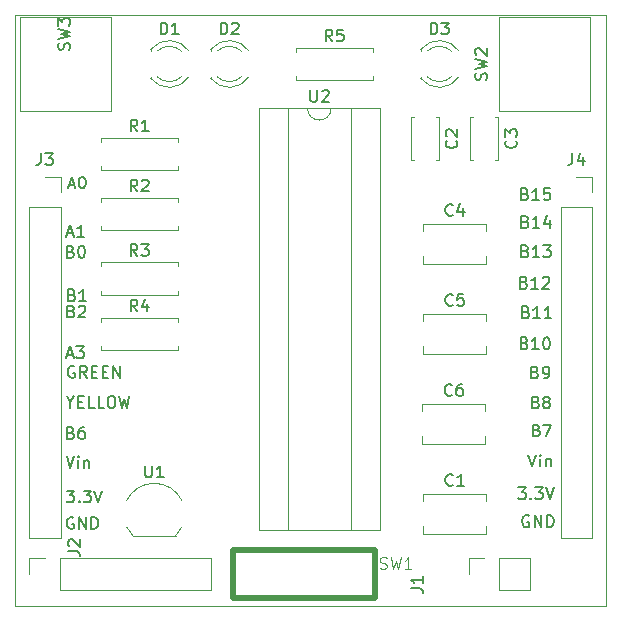
<source format=gbr>
%TF.GenerationSoftware,KiCad,Pcbnew,7.0.1-3b83917a11~172~ubuntu22.04.1*%
%TF.CreationDate,2023-04-12T17:14:37-05:00*%
%TF.ProjectId,Project,50726f6a-6563-4742-9e6b-696361645f70,rev?*%
%TF.SameCoordinates,Original*%
%TF.FileFunction,Legend,Top*%
%TF.FilePolarity,Positive*%
%FSLAX46Y46*%
G04 Gerber Fmt 4.6, Leading zero omitted, Abs format (unit mm)*
G04 Created by KiCad (PCBNEW 7.0.1-3b83917a11~172~ubuntu22.04.1) date 2023-04-12 17:14:37*
%MOMM*%
%LPD*%
G01*
G04 APERTURE LIST*
%ADD10C,0.150000*%
%ADD11C,0.100000*%
%ADD12C,0.120000*%
%ADD13C,0.500000*%
%TA.AperFunction,Profile*%
%ADD14C,0.100000*%
%TD*%
G04 APERTURE END LIST*
D10*
X143477914Y-142399596D02*
X143382676Y-142351977D01*
X143382676Y-142351977D02*
X143239819Y-142351977D01*
X143239819Y-142351977D02*
X143096962Y-142399596D01*
X143096962Y-142399596D02*
X143001724Y-142494834D01*
X143001724Y-142494834D02*
X142954105Y-142590072D01*
X142954105Y-142590072D02*
X142906486Y-142780548D01*
X142906486Y-142780548D02*
X142906486Y-142923405D01*
X142906486Y-142923405D02*
X142954105Y-143113881D01*
X142954105Y-143113881D02*
X143001724Y-143209119D01*
X143001724Y-143209119D02*
X143096962Y-143304358D01*
X143096962Y-143304358D02*
X143239819Y-143351977D01*
X143239819Y-143351977D02*
X143335057Y-143351977D01*
X143335057Y-143351977D02*
X143477914Y-143304358D01*
X143477914Y-143304358D02*
X143525533Y-143256738D01*
X143525533Y-143256738D02*
X143525533Y-142923405D01*
X143525533Y-142923405D02*
X143335057Y-142923405D01*
X143954105Y-143351977D02*
X143954105Y-142351977D01*
X143954105Y-142351977D02*
X144525533Y-143351977D01*
X144525533Y-143351977D02*
X144525533Y-142351977D01*
X145001724Y-143351977D02*
X145001724Y-142351977D01*
X145001724Y-142351977D02*
X145239819Y-142351977D01*
X145239819Y-142351977D02*
X145382676Y-142399596D01*
X145382676Y-142399596D02*
X145477914Y-142494834D01*
X145477914Y-142494834D02*
X145525533Y-142590072D01*
X145525533Y-142590072D02*
X145573152Y-142780548D01*
X145573152Y-142780548D02*
X145573152Y-142923405D01*
X145573152Y-142923405D02*
X145525533Y-143113881D01*
X145525533Y-143113881D02*
X145477914Y-143209119D01*
X145477914Y-143209119D02*
X145382676Y-143304358D01*
X145382676Y-143304358D02*
X145239819Y-143351977D01*
X145239819Y-143351977D02*
X145001724Y-143351977D01*
X142589147Y-139998981D02*
X143208194Y-139998981D01*
X143208194Y-139998981D02*
X142874861Y-140379933D01*
X142874861Y-140379933D02*
X143017718Y-140379933D01*
X143017718Y-140379933D02*
X143112956Y-140427552D01*
X143112956Y-140427552D02*
X143160575Y-140475171D01*
X143160575Y-140475171D02*
X143208194Y-140570409D01*
X143208194Y-140570409D02*
X143208194Y-140808504D01*
X143208194Y-140808504D02*
X143160575Y-140903742D01*
X143160575Y-140903742D02*
X143112956Y-140951362D01*
X143112956Y-140951362D02*
X143017718Y-140998981D01*
X143017718Y-140998981D02*
X142732004Y-140998981D01*
X142732004Y-140998981D02*
X142636766Y-140951362D01*
X142636766Y-140951362D02*
X142589147Y-140903742D01*
X143636766Y-140903742D02*
X143684385Y-140951362D01*
X143684385Y-140951362D02*
X143636766Y-140998981D01*
X143636766Y-140998981D02*
X143589147Y-140951362D01*
X143589147Y-140951362D02*
X143636766Y-140903742D01*
X143636766Y-140903742D02*
X143636766Y-140998981D01*
X144017718Y-139998981D02*
X144636765Y-139998981D01*
X144636765Y-139998981D02*
X144303432Y-140379933D01*
X144303432Y-140379933D02*
X144446289Y-140379933D01*
X144446289Y-140379933D02*
X144541527Y-140427552D01*
X144541527Y-140427552D02*
X144589146Y-140475171D01*
X144589146Y-140475171D02*
X144636765Y-140570409D01*
X144636765Y-140570409D02*
X144636765Y-140808504D01*
X144636765Y-140808504D02*
X144589146Y-140903742D01*
X144589146Y-140903742D02*
X144541527Y-140951362D01*
X144541527Y-140951362D02*
X144446289Y-140998981D01*
X144446289Y-140998981D02*
X144160575Y-140998981D01*
X144160575Y-140998981D02*
X144065337Y-140951362D01*
X144065337Y-140951362D02*
X144017718Y-140903742D01*
X144922480Y-139998981D02*
X145255813Y-140998981D01*
X145255813Y-140998981D02*
X145589146Y-139998981D01*
X143427904Y-137221673D02*
X143761237Y-138221673D01*
X143761237Y-138221673D02*
X144094570Y-137221673D01*
X144427904Y-138221673D02*
X144427904Y-137555006D01*
X144427904Y-137221673D02*
X144380285Y-137269292D01*
X144380285Y-137269292D02*
X144427904Y-137316911D01*
X144427904Y-137316911D02*
X144475523Y-137269292D01*
X144475523Y-137269292D02*
X144427904Y-137221673D01*
X144427904Y-137221673D02*
X144427904Y-137316911D01*
X144904094Y-137555006D02*
X144904094Y-138221673D01*
X144904094Y-137650244D02*
X144951713Y-137602625D01*
X144951713Y-137602625D02*
X145046951Y-137555006D01*
X145046951Y-137555006D02*
X145189808Y-137555006D01*
X145189808Y-137555006D02*
X145285046Y-137602625D01*
X145285046Y-137602625D02*
X145332665Y-137697863D01*
X145332665Y-137697863D02*
X145332665Y-138221673D01*
X144138376Y-135146529D02*
X144281233Y-135194148D01*
X144281233Y-135194148D02*
X144328852Y-135241767D01*
X144328852Y-135241767D02*
X144376471Y-135337005D01*
X144376471Y-135337005D02*
X144376471Y-135479862D01*
X144376471Y-135479862D02*
X144328852Y-135575100D01*
X144328852Y-135575100D02*
X144281233Y-135622720D01*
X144281233Y-135622720D02*
X144185995Y-135670339D01*
X144185995Y-135670339D02*
X143805043Y-135670339D01*
X143805043Y-135670339D02*
X143805043Y-134670339D01*
X143805043Y-134670339D02*
X144138376Y-134670339D01*
X144138376Y-134670339D02*
X144233614Y-134717958D01*
X144233614Y-134717958D02*
X144281233Y-134765577D01*
X144281233Y-134765577D02*
X144328852Y-134860815D01*
X144328852Y-134860815D02*
X144328852Y-134956053D01*
X144328852Y-134956053D02*
X144281233Y-135051291D01*
X144281233Y-135051291D02*
X144233614Y-135098910D01*
X144233614Y-135098910D02*
X144138376Y-135146529D01*
X144138376Y-135146529D02*
X143805043Y-135146529D01*
X144709805Y-134670339D02*
X145376471Y-134670339D01*
X145376471Y-134670339D02*
X144947900Y-135670339D01*
X144074087Y-132783889D02*
X144216944Y-132831508D01*
X144216944Y-132831508D02*
X144264563Y-132879127D01*
X144264563Y-132879127D02*
X144312182Y-132974365D01*
X144312182Y-132974365D02*
X144312182Y-133117222D01*
X144312182Y-133117222D02*
X144264563Y-133212460D01*
X144264563Y-133212460D02*
X144216944Y-133260080D01*
X144216944Y-133260080D02*
X144121706Y-133307699D01*
X144121706Y-133307699D02*
X143740754Y-133307699D01*
X143740754Y-133307699D02*
X143740754Y-132307699D01*
X143740754Y-132307699D02*
X144074087Y-132307699D01*
X144074087Y-132307699D02*
X144169325Y-132355318D01*
X144169325Y-132355318D02*
X144216944Y-132402937D01*
X144216944Y-132402937D02*
X144264563Y-132498175D01*
X144264563Y-132498175D02*
X144264563Y-132593413D01*
X144264563Y-132593413D02*
X144216944Y-132688651D01*
X144216944Y-132688651D02*
X144169325Y-132736270D01*
X144169325Y-132736270D02*
X144074087Y-132783889D01*
X144074087Y-132783889D02*
X143740754Y-132783889D01*
X144883611Y-132736270D02*
X144788373Y-132688651D01*
X144788373Y-132688651D02*
X144740754Y-132641032D01*
X144740754Y-132641032D02*
X144693135Y-132545794D01*
X144693135Y-132545794D02*
X144693135Y-132498175D01*
X144693135Y-132498175D02*
X144740754Y-132402937D01*
X144740754Y-132402937D02*
X144788373Y-132355318D01*
X144788373Y-132355318D02*
X144883611Y-132307699D01*
X144883611Y-132307699D02*
X145074087Y-132307699D01*
X145074087Y-132307699D02*
X145169325Y-132355318D01*
X145169325Y-132355318D02*
X145216944Y-132402937D01*
X145216944Y-132402937D02*
X145264563Y-132498175D01*
X145264563Y-132498175D02*
X145264563Y-132545794D01*
X145264563Y-132545794D02*
X145216944Y-132641032D01*
X145216944Y-132641032D02*
X145169325Y-132688651D01*
X145169325Y-132688651D02*
X145074087Y-132736270D01*
X145074087Y-132736270D02*
X144883611Y-132736270D01*
X144883611Y-132736270D02*
X144788373Y-132783889D01*
X144788373Y-132783889D02*
X144740754Y-132831508D01*
X144740754Y-132831508D02*
X144693135Y-132926746D01*
X144693135Y-132926746D02*
X144693135Y-133117222D01*
X144693135Y-133117222D02*
X144740754Y-133212460D01*
X144740754Y-133212460D02*
X144788373Y-133260080D01*
X144788373Y-133260080D02*
X144883611Y-133307699D01*
X144883611Y-133307699D02*
X145074087Y-133307699D01*
X145074087Y-133307699D02*
X145169325Y-133260080D01*
X145169325Y-133260080D02*
X145216944Y-133212460D01*
X145216944Y-133212460D02*
X145264563Y-133117222D01*
X145264563Y-133117222D02*
X145264563Y-132926746D01*
X145264563Y-132926746D02*
X145216944Y-132831508D01*
X145216944Y-132831508D02*
X145169325Y-132783889D01*
X145169325Y-132783889D02*
X145074087Y-132736270D01*
X144009797Y-130244452D02*
X144152654Y-130292071D01*
X144152654Y-130292071D02*
X144200273Y-130339690D01*
X144200273Y-130339690D02*
X144247892Y-130434928D01*
X144247892Y-130434928D02*
X144247892Y-130577785D01*
X144247892Y-130577785D02*
X144200273Y-130673023D01*
X144200273Y-130673023D02*
X144152654Y-130720643D01*
X144152654Y-130720643D02*
X144057416Y-130768262D01*
X144057416Y-130768262D02*
X143676464Y-130768262D01*
X143676464Y-130768262D02*
X143676464Y-129768262D01*
X143676464Y-129768262D02*
X144009797Y-129768262D01*
X144009797Y-129768262D02*
X144105035Y-129815881D01*
X144105035Y-129815881D02*
X144152654Y-129863500D01*
X144152654Y-129863500D02*
X144200273Y-129958738D01*
X144200273Y-129958738D02*
X144200273Y-130053976D01*
X144200273Y-130053976D02*
X144152654Y-130149214D01*
X144152654Y-130149214D02*
X144105035Y-130196833D01*
X144105035Y-130196833D02*
X144009797Y-130244452D01*
X144009797Y-130244452D02*
X143676464Y-130244452D01*
X144724083Y-130768262D02*
X144914559Y-130768262D01*
X144914559Y-130768262D02*
X145009797Y-130720643D01*
X145009797Y-130720643D02*
X145057416Y-130673023D01*
X145057416Y-130673023D02*
X145152654Y-130530166D01*
X145152654Y-130530166D02*
X145200273Y-130339690D01*
X145200273Y-130339690D02*
X145200273Y-129958738D01*
X145200273Y-129958738D02*
X145152654Y-129863500D01*
X145152654Y-129863500D02*
X145105035Y-129815881D01*
X145105035Y-129815881D02*
X145009797Y-129768262D01*
X145009797Y-129768262D02*
X144819321Y-129768262D01*
X144819321Y-129768262D02*
X144724083Y-129815881D01*
X144724083Y-129815881D02*
X144676464Y-129863500D01*
X144676464Y-129863500D02*
X144628845Y-129958738D01*
X144628845Y-129958738D02*
X144628845Y-130196833D01*
X144628845Y-130196833D02*
X144676464Y-130292071D01*
X144676464Y-130292071D02*
X144724083Y-130339690D01*
X144724083Y-130339690D02*
X144819321Y-130387309D01*
X144819321Y-130387309D02*
X145009797Y-130387309D01*
X145009797Y-130387309D02*
X145105035Y-130339690D01*
X145105035Y-130339690D02*
X145152654Y-130292071D01*
X145152654Y-130292071D02*
X145200273Y-130196833D01*
X143105633Y-127769305D02*
X143248490Y-127816924D01*
X143248490Y-127816924D02*
X143296109Y-127864543D01*
X143296109Y-127864543D02*
X143343728Y-127959781D01*
X143343728Y-127959781D02*
X143343728Y-128102638D01*
X143343728Y-128102638D02*
X143296109Y-128197876D01*
X143296109Y-128197876D02*
X143248490Y-128245496D01*
X143248490Y-128245496D02*
X143153252Y-128293115D01*
X143153252Y-128293115D02*
X142772300Y-128293115D01*
X142772300Y-128293115D02*
X142772300Y-127293115D01*
X142772300Y-127293115D02*
X143105633Y-127293115D01*
X143105633Y-127293115D02*
X143200871Y-127340734D01*
X143200871Y-127340734D02*
X143248490Y-127388353D01*
X143248490Y-127388353D02*
X143296109Y-127483591D01*
X143296109Y-127483591D02*
X143296109Y-127578829D01*
X143296109Y-127578829D02*
X143248490Y-127674067D01*
X143248490Y-127674067D02*
X143200871Y-127721686D01*
X143200871Y-127721686D02*
X143105633Y-127769305D01*
X143105633Y-127769305D02*
X142772300Y-127769305D01*
X144296109Y-128293115D02*
X143724681Y-128293115D01*
X144010395Y-128293115D02*
X144010395Y-127293115D01*
X144010395Y-127293115D02*
X143915157Y-127435972D01*
X143915157Y-127435972D02*
X143819919Y-127531210D01*
X143819919Y-127531210D02*
X143724681Y-127578829D01*
X144915157Y-127293115D02*
X145010395Y-127293115D01*
X145010395Y-127293115D02*
X145105633Y-127340734D01*
X145105633Y-127340734D02*
X145153252Y-127388353D01*
X145153252Y-127388353D02*
X145200871Y-127483591D01*
X145200871Y-127483591D02*
X145248490Y-127674067D01*
X145248490Y-127674067D02*
X145248490Y-127912162D01*
X145248490Y-127912162D02*
X145200871Y-128102638D01*
X145200871Y-128102638D02*
X145153252Y-128197876D01*
X145153252Y-128197876D02*
X145105633Y-128245496D01*
X145105633Y-128245496D02*
X145010395Y-128293115D01*
X145010395Y-128293115D02*
X144915157Y-128293115D01*
X144915157Y-128293115D02*
X144819919Y-128245496D01*
X144819919Y-128245496D02*
X144772300Y-128197876D01*
X144772300Y-128197876D02*
X144724681Y-128102638D01*
X144724681Y-128102638D02*
X144677062Y-127912162D01*
X144677062Y-127912162D02*
X144677062Y-127674067D01*
X144677062Y-127674067D02*
X144724681Y-127483591D01*
X144724681Y-127483591D02*
X144772300Y-127388353D01*
X144772300Y-127388353D02*
X144819919Y-127340734D01*
X144819919Y-127340734D02*
X144915157Y-127293115D01*
X143236891Y-125131180D02*
X143379748Y-125178799D01*
X143379748Y-125178799D02*
X143427367Y-125226418D01*
X143427367Y-125226418D02*
X143474986Y-125321656D01*
X143474986Y-125321656D02*
X143474986Y-125464513D01*
X143474986Y-125464513D02*
X143427367Y-125559751D01*
X143427367Y-125559751D02*
X143379748Y-125607371D01*
X143379748Y-125607371D02*
X143284510Y-125654990D01*
X143284510Y-125654990D02*
X142903558Y-125654990D01*
X142903558Y-125654990D02*
X142903558Y-124654990D01*
X142903558Y-124654990D02*
X143236891Y-124654990D01*
X143236891Y-124654990D02*
X143332129Y-124702609D01*
X143332129Y-124702609D02*
X143379748Y-124750228D01*
X143379748Y-124750228D02*
X143427367Y-124845466D01*
X143427367Y-124845466D02*
X143427367Y-124940704D01*
X143427367Y-124940704D02*
X143379748Y-125035942D01*
X143379748Y-125035942D02*
X143332129Y-125083561D01*
X143332129Y-125083561D02*
X143236891Y-125131180D01*
X143236891Y-125131180D02*
X142903558Y-125131180D01*
X144427367Y-125654990D02*
X143855939Y-125654990D01*
X144141653Y-125654990D02*
X144141653Y-124654990D01*
X144141653Y-124654990D02*
X144046415Y-124797847D01*
X144046415Y-124797847D02*
X143951177Y-124893085D01*
X143951177Y-124893085D02*
X143855939Y-124940704D01*
X145379748Y-125654990D02*
X144808320Y-125654990D01*
X145094034Y-125654990D02*
X145094034Y-124654990D01*
X145094034Y-124654990D02*
X144998796Y-124797847D01*
X144998796Y-124797847D02*
X144903558Y-124893085D01*
X144903558Y-124893085D02*
X144808320Y-124940704D01*
X143074507Y-122639961D02*
X143217364Y-122687580D01*
X143217364Y-122687580D02*
X143264983Y-122735199D01*
X143264983Y-122735199D02*
X143312602Y-122830437D01*
X143312602Y-122830437D02*
X143312602Y-122973294D01*
X143312602Y-122973294D02*
X143264983Y-123068532D01*
X143264983Y-123068532D02*
X143217364Y-123116152D01*
X143217364Y-123116152D02*
X143122126Y-123163771D01*
X143122126Y-123163771D02*
X142741174Y-123163771D01*
X142741174Y-123163771D02*
X142741174Y-122163771D01*
X142741174Y-122163771D02*
X143074507Y-122163771D01*
X143074507Y-122163771D02*
X143169745Y-122211390D01*
X143169745Y-122211390D02*
X143217364Y-122259009D01*
X143217364Y-122259009D02*
X143264983Y-122354247D01*
X143264983Y-122354247D02*
X143264983Y-122449485D01*
X143264983Y-122449485D02*
X143217364Y-122544723D01*
X143217364Y-122544723D02*
X143169745Y-122592342D01*
X143169745Y-122592342D02*
X143074507Y-122639961D01*
X143074507Y-122639961D02*
X142741174Y-122639961D01*
X144264983Y-123163771D02*
X143693555Y-123163771D01*
X143979269Y-123163771D02*
X143979269Y-122163771D01*
X143979269Y-122163771D02*
X143884031Y-122306628D01*
X143884031Y-122306628D02*
X143788793Y-122401866D01*
X143788793Y-122401866D02*
X143693555Y-122449485D01*
X144645936Y-122259009D02*
X144693555Y-122211390D01*
X144693555Y-122211390D02*
X144788793Y-122163771D01*
X144788793Y-122163771D02*
X145026888Y-122163771D01*
X145026888Y-122163771D02*
X145122126Y-122211390D01*
X145122126Y-122211390D02*
X145169745Y-122259009D01*
X145169745Y-122259009D02*
X145217364Y-122354247D01*
X145217364Y-122354247D02*
X145217364Y-122449485D01*
X145217364Y-122449485D02*
X145169745Y-122592342D01*
X145169745Y-122592342D02*
X144598317Y-123163771D01*
X144598317Y-123163771D02*
X145217364Y-123163771D01*
X143169923Y-119974624D02*
X143312780Y-120022243D01*
X143312780Y-120022243D02*
X143360399Y-120069862D01*
X143360399Y-120069862D02*
X143408018Y-120165100D01*
X143408018Y-120165100D02*
X143408018Y-120307957D01*
X143408018Y-120307957D02*
X143360399Y-120403195D01*
X143360399Y-120403195D02*
X143312780Y-120450815D01*
X143312780Y-120450815D02*
X143217542Y-120498434D01*
X143217542Y-120498434D02*
X142836590Y-120498434D01*
X142836590Y-120498434D02*
X142836590Y-119498434D01*
X142836590Y-119498434D02*
X143169923Y-119498434D01*
X143169923Y-119498434D02*
X143265161Y-119546053D01*
X143265161Y-119546053D02*
X143312780Y-119593672D01*
X143312780Y-119593672D02*
X143360399Y-119688910D01*
X143360399Y-119688910D02*
X143360399Y-119784148D01*
X143360399Y-119784148D02*
X143312780Y-119879386D01*
X143312780Y-119879386D02*
X143265161Y-119927005D01*
X143265161Y-119927005D02*
X143169923Y-119974624D01*
X143169923Y-119974624D02*
X142836590Y-119974624D01*
X144360399Y-120498434D02*
X143788971Y-120498434D01*
X144074685Y-120498434D02*
X144074685Y-119498434D01*
X144074685Y-119498434D02*
X143979447Y-119641291D01*
X143979447Y-119641291D02*
X143884209Y-119736529D01*
X143884209Y-119736529D02*
X143788971Y-119784148D01*
X144693733Y-119498434D02*
X145312780Y-119498434D01*
X145312780Y-119498434D02*
X144979447Y-119879386D01*
X144979447Y-119879386D02*
X145122304Y-119879386D01*
X145122304Y-119879386D02*
X145217542Y-119927005D01*
X145217542Y-119927005D02*
X145265161Y-119974624D01*
X145265161Y-119974624D02*
X145312780Y-120069862D01*
X145312780Y-120069862D02*
X145312780Y-120307957D01*
X145312780Y-120307957D02*
X145265161Y-120403195D01*
X145265161Y-120403195D02*
X145217542Y-120450815D01*
X145217542Y-120450815D02*
X145122304Y-120498434D01*
X145122304Y-120498434D02*
X144836590Y-120498434D01*
X144836590Y-120498434D02*
X144741352Y-120450815D01*
X144741352Y-120450815D02*
X144693733Y-120403195D01*
X143181656Y-117492993D02*
X143324513Y-117540612D01*
X143324513Y-117540612D02*
X143372132Y-117588231D01*
X143372132Y-117588231D02*
X143419751Y-117683469D01*
X143419751Y-117683469D02*
X143419751Y-117826326D01*
X143419751Y-117826326D02*
X143372132Y-117921564D01*
X143372132Y-117921564D02*
X143324513Y-117969184D01*
X143324513Y-117969184D02*
X143229275Y-118016803D01*
X143229275Y-118016803D02*
X142848323Y-118016803D01*
X142848323Y-118016803D02*
X142848323Y-117016803D01*
X142848323Y-117016803D02*
X143181656Y-117016803D01*
X143181656Y-117016803D02*
X143276894Y-117064422D01*
X143276894Y-117064422D02*
X143324513Y-117112041D01*
X143324513Y-117112041D02*
X143372132Y-117207279D01*
X143372132Y-117207279D02*
X143372132Y-117302517D01*
X143372132Y-117302517D02*
X143324513Y-117397755D01*
X143324513Y-117397755D02*
X143276894Y-117445374D01*
X143276894Y-117445374D02*
X143181656Y-117492993D01*
X143181656Y-117492993D02*
X142848323Y-117492993D01*
X144372132Y-118016803D02*
X143800704Y-118016803D01*
X144086418Y-118016803D02*
X144086418Y-117016803D01*
X144086418Y-117016803D02*
X143991180Y-117159660D01*
X143991180Y-117159660D02*
X143895942Y-117254898D01*
X143895942Y-117254898D02*
X143800704Y-117302517D01*
X145229275Y-117350136D02*
X145229275Y-118016803D01*
X144991180Y-116969184D02*
X144753085Y-117683469D01*
X144753085Y-117683469D02*
X145372132Y-117683469D01*
X143154869Y-115135710D02*
X143297726Y-115183329D01*
X143297726Y-115183329D02*
X143345345Y-115230948D01*
X143345345Y-115230948D02*
X143392964Y-115326186D01*
X143392964Y-115326186D02*
X143392964Y-115469043D01*
X143392964Y-115469043D02*
X143345345Y-115564281D01*
X143345345Y-115564281D02*
X143297726Y-115611901D01*
X143297726Y-115611901D02*
X143202488Y-115659520D01*
X143202488Y-115659520D02*
X142821536Y-115659520D01*
X142821536Y-115659520D02*
X142821536Y-114659520D01*
X142821536Y-114659520D02*
X143154869Y-114659520D01*
X143154869Y-114659520D02*
X143250107Y-114707139D01*
X143250107Y-114707139D02*
X143297726Y-114754758D01*
X143297726Y-114754758D02*
X143345345Y-114849996D01*
X143345345Y-114849996D02*
X143345345Y-114945234D01*
X143345345Y-114945234D02*
X143297726Y-115040472D01*
X143297726Y-115040472D02*
X143250107Y-115088091D01*
X143250107Y-115088091D02*
X143154869Y-115135710D01*
X143154869Y-115135710D02*
X142821536Y-115135710D01*
X144345345Y-115659520D02*
X143773917Y-115659520D01*
X144059631Y-115659520D02*
X144059631Y-114659520D01*
X144059631Y-114659520D02*
X143964393Y-114802377D01*
X143964393Y-114802377D02*
X143869155Y-114897615D01*
X143869155Y-114897615D02*
X143773917Y-114945234D01*
X145250107Y-114659520D02*
X144773917Y-114659520D01*
X144773917Y-114659520D02*
X144726298Y-115135710D01*
X144726298Y-115135710D02*
X144773917Y-115088091D01*
X144773917Y-115088091D02*
X144869155Y-115040472D01*
X144869155Y-115040472D02*
X145107250Y-115040472D01*
X145107250Y-115040472D02*
X145202488Y-115088091D01*
X145202488Y-115088091D02*
X145250107Y-115135710D01*
X145250107Y-115135710D02*
X145297726Y-115230948D01*
X145297726Y-115230948D02*
X145297726Y-115469043D01*
X145297726Y-115469043D02*
X145250107Y-115564281D01*
X145250107Y-115564281D02*
X145202488Y-115611901D01*
X145202488Y-115611901D02*
X145107250Y-115659520D01*
X145107250Y-115659520D02*
X144869155Y-115659520D01*
X144869155Y-115659520D02*
X144773917Y-115611901D01*
X144773917Y-115611901D02*
X144726298Y-115564281D01*
X104919182Y-142548026D02*
X104823944Y-142500407D01*
X104823944Y-142500407D02*
X104681087Y-142500407D01*
X104681087Y-142500407D02*
X104538230Y-142548026D01*
X104538230Y-142548026D02*
X104442992Y-142643264D01*
X104442992Y-142643264D02*
X104395373Y-142738502D01*
X104395373Y-142738502D02*
X104347754Y-142928978D01*
X104347754Y-142928978D02*
X104347754Y-143071835D01*
X104347754Y-143071835D02*
X104395373Y-143262311D01*
X104395373Y-143262311D02*
X104442992Y-143357549D01*
X104442992Y-143357549D02*
X104538230Y-143452788D01*
X104538230Y-143452788D02*
X104681087Y-143500407D01*
X104681087Y-143500407D02*
X104776325Y-143500407D01*
X104776325Y-143500407D02*
X104919182Y-143452788D01*
X104919182Y-143452788D02*
X104966801Y-143405168D01*
X104966801Y-143405168D02*
X104966801Y-143071835D01*
X104966801Y-143071835D02*
X104776325Y-143071835D01*
X105395373Y-143500407D02*
X105395373Y-142500407D01*
X105395373Y-142500407D02*
X105966801Y-143500407D01*
X105966801Y-143500407D02*
X105966801Y-142500407D01*
X106442992Y-143500407D02*
X106442992Y-142500407D01*
X106442992Y-142500407D02*
X106681087Y-142500407D01*
X106681087Y-142500407D02*
X106823944Y-142548026D01*
X106823944Y-142548026D02*
X106919182Y-142643264D01*
X106919182Y-142643264D02*
X106966801Y-142738502D01*
X106966801Y-142738502D02*
X107014420Y-142928978D01*
X107014420Y-142928978D02*
X107014420Y-143071835D01*
X107014420Y-143071835D02*
X106966801Y-143262311D01*
X106966801Y-143262311D02*
X106919182Y-143357549D01*
X106919182Y-143357549D02*
X106823944Y-143452788D01*
X106823944Y-143452788D02*
X106681087Y-143500407D01*
X106681087Y-143500407D02*
X106442992Y-143500407D01*
X104346424Y-140255417D02*
X104965471Y-140255417D01*
X104965471Y-140255417D02*
X104632138Y-140636369D01*
X104632138Y-140636369D02*
X104774995Y-140636369D01*
X104774995Y-140636369D02*
X104870233Y-140683988D01*
X104870233Y-140683988D02*
X104917852Y-140731607D01*
X104917852Y-140731607D02*
X104965471Y-140826845D01*
X104965471Y-140826845D02*
X104965471Y-141064940D01*
X104965471Y-141064940D02*
X104917852Y-141160178D01*
X104917852Y-141160178D02*
X104870233Y-141207798D01*
X104870233Y-141207798D02*
X104774995Y-141255417D01*
X104774995Y-141255417D02*
X104489281Y-141255417D01*
X104489281Y-141255417D02*
X104394043Y-141207798D01*
X104394043Y-141207798D02*
X104346424Y-141160178D01*
X105394043Y-141160178D02*
X105441662Y-141207798D01*
X105441662Y-141207798D02*
X105394043Y-141255417D01*
X105394043Y-141255417D02*
X105346424Y-141207798D01*
X105346424Y-141207798D02*
X105394043Y-141160178D01*
X105394043Y-141160178D02*
X105394043Y-141255417D01*
X105774995Y-140255417D02*
X106394042Y-140255417D01*
X106394042Y-140255417D02*
X106060709Y-140636369D01*
X106060709Y-140636369D02*
X106203566Y-140636369D01*
X106203566Y-140636369D02*
X106298804Y-140683988D01*
X106298804Y-140683988D02*
X106346423Y-140731607D01*
X106346423Y-140731607D02*
X106394042Y-140826845D01*
X106394042Y-140826845D02*
X106394042Y-141064940D01*
X106394042Y-141064940D02*
X106346423Y-141160178D01*
X106346423Y-141160178D02*
X106298804Y-141207798D01*
X106298804Y-141207798D02*
X106203566Y-141255417D01*
X106203566Y-141255417D02*
X105917852Y-141255417D01*
X105917852Y-141255417D02*
X105822614Y-141207798D01*
X105822614Y-141207798D02*
X105774995Y-141160178D01*
X106679757Y-140255417D02*
X107013090Y-141255417D01*
X107013090Y-141255417D02*
X107346423Y-140255417D01*
X104327814Y-137350974D02*
X104661147Y-138350974D01*
X104661147Y-138350974D02*
X104994480Y-137350974D01*
X105327814Y-138350974D02*
X105327814Y-137684307D01*
X105327814Y-137350974D02*
X105280195Y-137398593D01*
X105280195Y-137398593D02*
X105327814Y-137446212D01*
X105327814Y-137446212D02*
X105375433Y-137398593D01*
X105375433Y-137398593D02*
X105327814Y-137350974D01*
X105327814Y-137350974D02*
X105327814Y-137446212D01*
X105804004Y-137684307D02*
X105804004Y-138350974D01*
X105804004Y-137779545D02*
X105851623Y-137731926D01*
X105851623Y-137731926D02*
X105946861Y-137684307D01*
X105946861Y-137684307D02*
X106089718Y-137684307D01*
X106089718Y-137684307D02*
X106184956Y-137731926D01*
X106184956Y-137731926D02*
X106232575Y-137827164D01*
X106232575Y-137827164D02*
X106232575Y-138350974D01*
X104711427Y-135350732D02*
X104854284Y-135398351D01*
X104854284Y-135398351D02*
X104901903Y-135445970D01*
X104901903Y-135445970D02*
X104949522Y-135541208D01*
X104949522Y-135541208D02*
X104949522Y-135684065D01*
X104949522Y-135684065D02*
X104901903Y-135779303D01*
X104901903Y-135779303D02*
X104854284Y-135826923D01*
X104854284Y-135826923D02*
X104759046Y-135874542D01*
X104759046Y-135874542D02*
X104378094Y-135874542D01*
X104378094Y-135874542D02*
X104378094Y-134874542D01*
X104378094Y-134874542D02*
X104711427Y-134874542D01*
X104711427Y-134874542D02*
X104806665Y-134922161D01*
X104806665Y-134922161D02*
X104854284Y-134969780D01*
X104854284Y-134969780D02*
X104901903Y-135065018D01*
X104901903Y-135065018D02*
X104901903Y-135160256D01*
X104901903Y-135160256D02*
X104854284Y-135255494D01*
X104854284Y-135255494D02*
X104806665Y-135303113D01*
X104806665Y-135303113D02*
X104711427Y-135350732D01*
X104711427Y-135350732D02*
X104378094Y-135350732D01*
X105806665Y-134874542D02*
X105616189Y-134874542D01*
X105616189Y-134874542D02*
X105520951Y-134922161D01*
X105520951Y-134922161D02*
X105473332Y-134969780D01*
X105473332Y-134969780D02*
X105378094Y-135112637D01*
X105378094Y-135112637D02*
X105330475Y-135303113D01*
X105330475Y-135303113D02*
X105330475Y-135684065D01*
X105330475Y-135684065D02*
X105378094Y-135779303D01*
X105378094Y-135779303D02*
X105425713Y-135826923D01*
X105425713Y-135826923D02*
X105520951Y-135874542D01*
X105520951Y-135874542D02*
X105711427Y-135874542D01*
X105711427Y-135874542D02*
X105806665Y-135826923D01*
X105806665Y-135826923D02*
X105854284Y-135779303D01*
X105854284Y-135779303D02*
X105901903Y-135684065D01*
X105901903Y-135684065D02*
X105901903Y-135445970D01*
X105901903Y-135445970D02*
X105854284Y-135350732D01*
X105854284Y-135350732D02*
X105806665Y-135303113D01*
X105806665Y-135303113D02*
X105711427Y-135255494D01*
X105711427Y-135255494D02*
X105520951Y-135255494D01*
X105520951Y-135255494D02*
X105425713Y-135303113D01*
X105425713Y-135303113D02*
X105378094Y-135350732D01*
X105378094Y-135350732D02*
X105330475Y-135445970D01*
X104661147Y-132783053D02*
X104661147Y-133259244D01*
X104327814Y-132259244D02*
X104661147Y-132783053D01*
X104661147Y-132783053D02*
X104994480Y-132259244D01*
X105327814Y-132735434D02*
X105661147Y-132735434D01*
X105804004Y-133259244D02*
X105327814Y-133259244D01*
X105327814Y-133259244D02*
X105327814Y-132259244D01*
X105327814Y-132259244D02*
X105804004Y-132259244D01*
X106708766Y-133259244D02*
X106232576Y-133259244D01*
X106232576Y-133259244D02*
X106232576Y-132259244D01*
X107518290Y-133259244D02*
X107042100Y-133259244D01*
X107042100Y-133259244D02*
X107042100Y-132259244D01*
X108042100Y-132259244D02*
X108232576Y-132259244D01*
X108232576Y-132259244D02*
X108327814Y-132306863D01*
X108327814Y-132306863D02*
X108423052Y-132402101D01*
X108423052Y-132402101D02*
X108470671Y-132592577D01*
X108470671Y-132592577D02*
X108470671Y-132925910D01*
X108470671Y-132925910D02*
X108423052Y-133116386D01*
X108423052Y-133116386D02*
X108327814Y-133211625D01*
X108327814Y-133211625D02*
X108232576Y-133259244D01*
X108232576Y-133259244D02*
X108042100Y-133259244D01*
X108042100Y-133259244D02*
X107946862Y-133211625D01*
X107946862Y-133211625D02*
X107851624Y-133116386D01*
X107851624Y-133116386D02*
X107804005Y-132925910D01*
X107804005Y-132925910D02*
X107804005Y-132592577D01*
X107804005Y-132592577D02*
X107851624Y-132402101D01*
X107851624Y-132402101D02*
X107946862Y-132306863D01*
X107946862Y-132306863D02*
X108042100Y-132259244D01*
X108804005Y-132259244D02*
X109042100Y-133259244D01*
X109042100Y-133259244D02*
X109232576Y-132544958D01*
X109232576Y-132544958D02*
X109423052Y-133259244D01*
X109423052Y-133259244D02*
X109661148Y-132259244D01*
X104994480Y-129755449D02*
X104899242Y-129707830D01*
X104899242Y-129707830D02*
X104756385Y-129707830D01*
X104756385Y-129707830D02*
X104613528Y-129755449D01*
X104613528Y-129755449D02*
X104518290Y-129850687D01*
X104518290Y-129850687D02*
X104470671Y-129945925D01*
X104470671Y-129945925D02*
X104423052Y-130136401D01*
X104423052Y-130136401D02*
X104423052Y-130279258D01*
X104423052Y-130279258D02*
X104470671Y-130469734D01*
X104470671Y-130469734D02*
X104518290Y-130564972D01*
X104518290Y-130564972D02*
X104613528Y-130660211D01*
X104613528Y-130660211D02*
X104756385Y-130707830D01*
X104756385Y-130707830D02*
X104851623Y-130707830D01*
X104851623Y-130707830D02*
X104994480Y-130660211D01*
X104994480Y-130660211D02*
X105042099Y-130612591D01*
X105042099Y-130612591D02*
X105042099Y-130279258D01*
X105042099Y-130279258D02*
X104851623Y-130279258D01*
X106042099Y-130707830D02*
X105708766Y-130231639D01*
X105470671Y-130707830D02*
X105470671Y-129707830D01*
X105470671Y-129707830D02*
X105851623Y-129707830D01*
X105851623Y-129707830D02*
X105946861Y-129755449D01*
X105946861Y-129755449D02*
X105994480Y-129803068D01*
X105994480Y-129803068D02*
X106042099Y-129898306D01*
X106042099Y-129898306D02*
X106042099Y-130041163D01*
X106042099Y-130041163D02*
X105994480Y-130136401D01*
X105994480Y-130136401D02*
X105946861Y-130184020D01*
X105946861Y-130184020D02*
X105851623Y-130231639D01*
X105851623Y-130231639D02*
X105470671Y-130231639D01*
X106470671Y-130184020D02*
X106804004Y-130184020D01*
X106946861Y-130707830D02*
X106470671Y-130707830D01*
X106470671Y-130707830D02*
X106470671Y-129707830D01*
X106470671Y-129707830D02*
X106946861Y-129707830D01*
X107375433Y-130184020D02*
X107708766Y-130184020D01*
X107851623Y-130707830D02*
X107375433Y-130707830D01*
X107375433Y-130707830D02*
X107375433Y-129707830D01*
X107375433Y-129707830D02*
X107851623Y-129707830D01*
X108280195Y-130707830D02*
X108280195Y-129707830D01*
X108280195Y-129707830D02*
X108851623Y-130707830D01*
X108851623Y-130707830D02*
X108851623Y-129707830D01*
X104353620Y-128755730D02*
X104829810Y-128755730D01*
X104258382Y-129041445D02*
X104591715Y-128041445D01*
X104591715Y-128041445D02*
X104925048Y-129041445D01*
X105163144Y-128041445D02*
X105782191Y-128041445D01*
X105782191Y-128041445D02*
X105448858Y-128422397D01*
X105448858Y-128422397D02*
X105591715Y-128422397D01*
X105591715Y-128422397D02*
X105686953Y-128470016D01*
X105686953Y-128470016D02*
X105734572Y-128517635D01*
X105734572Y-128517635D02*
X105782191Y-128612873D01*
X105782191Y-128612873D02*
X105782191Y-128850968D01*
X105782191Y-128850968D02*
X105734572Y-128946206D01*
X105734572Y-128946206D02*
X105686953Y-128993826D01*
X105686953Y-128993826D02*
X105591715Y-129041445D01*
X105591715Y-129041445D02*
X105306001Y-129041445D01*
X105306001Y-129041445D02*
X105210763Y-128993826D01*
X105210763Y-128993826D02*
X105163144Y-128946206D01*
X104730714Y-125080876D02*
X104873571Y-125128495D01*
X104873571Y-125128495D02*
X104921190Y-125176114D01*
X104921190Y-125176114D02*
X104968809Y-125271352D01*
X104968809Y-125271352D02*
X104968809Y-125414209D01*
X104968809Y-125414209D02*
X104921190Y-125509447D01*
X104921190Y-125509447D02*
X104873571Y-125557067D01*
X104873571Y-125557067D02*
X104778333Y-125604686D01*
X104778333Y-125604686D02*
X104397381Y-125604686D01*
X104397381Y-125604686D02*
X104397381Y-124604686D01*
X104397381Y-124604686D02*
X104730714Y-124604686D01*
X104730714Y-124604686D02*
X104825952Y-124652305D01*
X104825952Y-124652305D02*
X104873571Y-124699924D01*
X104873571Y-124699924D02*
X104921190Y-124795162D01*
X104921190Y-124795162D02*
X104921190Y-124890400D01*
X104921190Y-124890400D02*
X104873571Y-124985638D01*
X104873571Y-124985638D02*
X104825952Y-125033257D01*
X104825952Y-125033257D02*
X104730714Y-125080876D01*
X104730714Y-125080876D02*
X104397381Y-125080876D01*
X105349762Y-124699924D02*
X105397381Y-124652305D01*
X105397381Y-124652305D02*
X105492619Y-124604686D01*
X105492619Y-124604686D02*
X105730714Y-124604686D01*
X105730714Y-124604686D02*
X105825952Y-124652305D01*
X105825952Y-124652305D02*
X105873571Y-124699924D01*
X105873571Y-124699924D02*
X105921190Y-124795162D01*
X105921190Y-124795162D02*
X105921190Y-124890400D01*
X105921190Y-124890400D02*
X105873571Y-125033257D01*
X105873571Y-125033257D02*
X105302143Y-125604686D01*
X105302143Y-125604686D02*
X105921190Y-125604686D01*
X104788575Y-123711509D02*
X104931432Y-123759128D01*
X104931432Y-123759128D02*
X104979051Y-123806747D01*
X104979051Y-123806747D02*
X105026670Y-123901985D01*
X105026670Y-123901985D02*
X105026670Y-124044842D01*
X105026670Y-124044842D02*
X104979051Y-124140080D01*
X104979051Y-124140080D02*
X104931432Y-124187700D01*
X104931432Y-124187700D02*
X104836194Y-124235319D01*
X104836194Y-124235319D02*
X104455242Y-124235319D01*
X104455242Y-124235319D02*
X104455242Y-123235319D01*
X104455242Y-123235319D02*
X104788575Y-123235319D01*
X104788575Y-123235319D02*
X104883813Y-123282938D01*
X104883813Y-123282938D02*
X104931432Y-123330557D01*
X104931432Y-123330557D02*
X104979051Y-123425795D01*
X104979051Y-123425795D02*
X104979051Y-123521033D01*
X104979051Y-123521033D02*
X104931432Y-123616271D01*
X104931432Y-123616271D02*
X104883813Y-123663890D01*
X104883813Y-123663890D02*
X104788575Y-123711509D01*
X104788575Y-123711509D02*
X104455242Y-123711509D01*
X105979051Y-124235319D02*
X105407623Y-124235319D01*
X105693337Y-124235319D02*
X105693337Y-123235319D01*
X105693337Y-123235319D02*
X105598099Y-123378176D01*
X105598099Y-123378176D02*
X105502861Y-123473414D01*
X105502861Y-123473414D02*
X105407623Y-123521033D01*
X104688283Y-120024020D02*
X104831140Y-120071639D01*
X104831140Y-120071639D02*
X104878759Y-120119258D01*
X104878759Y-120119258D02*
X104926378Y-120214496D01*
X104926378Y-120214496D02*
X104926378Y-120357353D01*
X104926378Y-120357353D02*
X104878759Y-120452591D01*
X104878759Y-120452591D02*
X104831140Y-120500211D01*
X104831140Y-120500211D02*
X104735902Y-120547830D01*
X104735902Y-120547830D02*
X104354950Y-120547830D01*
X104354950Y-120547830D02*
X104354950Y-119547830D01*
X104354950Y-119547830D02*
X104688283Y-119547830D01*
X104688283Y-119547830D02*
X104783521Y-119595449D01*
X104783521Y-119595449D02*
X104831140Y-119643068D01*
X104831140Y-119643068D02*
X104878759Y-119738306D01*
X104878759Y-119738306D02*
X104878759Y-119833544D01*
X104878759Y-119833544D02*
X104831140Y-119928782D01*
X104831140Y-119928782D02*
X104783521Y-119976401D01*
X104783521Y-119976401D02*
X104688283Y-120024020D01*
X104688283Y-120024020D02*
X104354950Y-120024020D01*
X105545426Y-119547830D02*
X105640664Y-119547830D01*
X105640664Y-119547830D02*
X105735902Y-119595449D01*
X105735902Y-119595449D02*
X105783521Y-119643068D01*
X105783521Y-119643068D02*
X105831140Y-119738306D01*
X105831140Y-119738306D02*
X105878759Y-119928782D01*
X105878759Y-119928782D02*
X105878759Y-120166877D01*
X105878759Y-120166877D02*
X105831140Y-120357353D01*
X105831140Y-120357353D02*
X105783521Y-120452591D01*
X105783521Y-120452591D02*
X105735902Y-120500211D01*
X105735902Y-120500211D02*
X105640664Y-120547830D01*
X105640664Y-120547830D02*
X105545426Y-120547830D01*
X105545426Y-120547830D02*
X105450188Y-120500211D01*
X105450188Y-120500211D02*
X105402569Y-120452591D01*
X105402569Y-120452591D02*
X105354950Y-120357353D01*
X105354950Y-120357353D02*
X105307331Y-120166877D01*
X105307331Y-120166877D02*
X105307331Y-119928782D01*
X105307331Y-119928782D02*
X105354950Y-119738306D01*
X105354950Y-119738306D02*
X105402569Y-119643068D01*
X105402569Y-119643068D02*
X105450188Y-119595449D01*
X105450188Y-119595449D02*
X105545426Y-119547830D01*
X104399908Y-118480009D02*
X104876098Y-118480009D01*
X104304670Y-118765724D02*
X104638003Y-117765724D01*
X104638003Y-117765724D02*
X104971336Y-118765724D01*
X105828479Y-118765724D02*
X105257051Y-118765724D01*
X105542765Y-118765724D02*
X105542765Y-117765724D01*
X105542765Y-117765724D02*
X105447527Y-117908581D01*
X105447527Y-117908581D02*
X105352289Y-118003819D01*
X105352289Y-118003819D02*
X105257051Y-118051438D01*
X104515629Y-114383481D02*
X104991819Y-114383481D01*
X104420391Y-114669196D02*
X104753724Y-113669196D01*
X104753724Y-113669196D02*
X105087057Y-114669196D01*
X105610867Y-113669196D02*
X105706105Y-113669196D01*
X105706105Y-113669196D02*
X105801343Y-113716815D01*
X105801343Y-113716815D02*
X105848962Y-113764434D01*
X105848962Y-113764434D02*
X105896581Y-113859672D01*
X105896581Y-113859672D02*
X105944200Y-114050148D01*
X105944200Y-114050148D02*
X105944200Y-114288243D01*
X105944200Y-114288243D02*
X105896581Y-114478719D01*
X105896581Y-114478719D02*
X105848962Y-114573957D01*
X105848962Y-114573957D02*
X105801343Y-114621577D01*
X105801343Y-114621577D02*
X105706105Y-114669196D01*
X105706105Y-114669196D02*
X105610867Y-114669196D01*
X105610867Y-114669196D02*
X105515629Y-114621577D01*
X105515629Y-114621577D02*
X105468010Y-114573957D01*
X105468010Y-114573957D02*
X105420391Y-114478719D01*
X105420391Y-114478719D02*
X105372772Y-114288243D01*
X105372772Y-114288243D02*
X105372772Y-114050148D01*
X105372772Y-114050148D02*
X105420391Y-113859672D01*
X105420391Y-113859672D02*
X105468010Y-113764434D01*
X105468010Y-113764434D02*
X105515629Y-113716815D01*
X105515629Y-113716815D02*
X105610867Y-113669196D01*
%TO.C,U2*%
X124968095Y-106352619D02*
X124968095Y-107162142D01*
X124968095Y-107162142D02*
X125015714Y-107257380D01*
X125015714Y-107257380D02*
X125063333Y-107305000D01*
X125063333Y-107305000D02*
X125158571Y-107352619D01*
X125158571Y-107352619D02*
X125349047Y-107352619D01*
X125349047Y-107352619D02*
X125444285Y-107305000D01*
X125444285Y-107305000D02*
X125491904Y-107257380D01*
X125491904Y-107257380D02*
X125539523Y-107162142D01*
X125539523Y-107162142D02*
X125539523Y-106352619D01*
X125968095Y-106447857D02*
X126015714Y-106400238D01*
X126015714Y-106400238D02*
X126110952Y-106352619D01*
X126110952Y-106352619D02*
X126349047Y-106352619D01*
X126349047Y-106352619D02*
X126444285Y-106400238D01*
X126444285Y-106400238D02*
X126491904Y-106447857D01*
X126491904Y-106447857D02*
X126539523Y-106543095D01*
X126539523Y-106543095D02*
X126539523Y-106638333D01*
X126539523Y-106638333D02*
X126491904Y-106781190D01*
X126491904Y-106781190D02*
X125920476Y-107352619D01*
X125920476Y-107352619D02*
X126539523Y-107352619D01*
%TO.C,U1*%
X110998095Y-138142619D02*
X110998095Y-138952142D01*
X110998095Y-138952142D02*
X111045714Y-139047380D01*
X111045714Y-139047380D02*
X111093333Y-139095000D01*
X111093333Y-139095000D02*
X111188571Y-139142619D01*
X111188571Y-139142619D02*
X111379047Y-139142619D01*
X111379047Y-139142619D02*
X111474285Y-139095000D01*
X111474285Y-139095000D02*
X111521904Y-139047380D01*
X111521904Y-139047380D02*
X111569523Y-138952142D01*
X111569523Y-138952142D02*
X111569523Y-138142619D01*
X112569523Y-139142619D02*
X111998095Y-139142619D01*
X112283809Y-139142619D02*
X112283809Y-138142619D01*
X112283809Y-138142619D02*
X112188571Y-138285476D01*
X112188571Y-138285476D02*
X112093333Y-138380714D01*
X112093333Y-138380714D02*
X111998095Y-138428333D01*
%TO.C,SW3*%
X104555000Y-102933332D02*
X104602619Y-102790475D01*
X104602619Y-102790475D02*
X104602619Y-102552380D01*
X104602619Y-102552380D02*
X104555000Y-102457142D01*
X104555000Y-102457142D02*
X104507380Y-102409523D01*
X104507380Y-102409523D02*
X104412142Y-102361904D01*
X104412142Y-102361904D02*
X104316904Y-102361904D01*
X104316904Y-102361904D02*
X104221666Y-102409523D01*
X104221666Y-102409523D02*
X104174047Y-102457142D01*
X104174047Y-102457142D02*
X104126428Y-102552380D01*
X104126428Y-102552380D02*
X104078809Y-102742856D01*
X104078809Y-102742856D02*
X104031190Y-102838094D01*
X104031190Y-102838094D02*
X103983571Y-102885713D01*
X103983571Y-102885713D02*
X103888333Y-102933332D01*
X103888333Y-102933332D02*
X103793095Y-102933332D01*
X103793095Y-102933332D02*
X103697857Y-102885713D01*
X103697857Y-102885713D02*
X103650238Y-102838094D01*
X103650238Y-102838094D02*
X103602619Y-102742856D01*
X103602619Y-102742856D02*
X103602619Y-102504761D01*
X103602619Y-102504761D02*
X103650238Y-102361904D01*
X103602619Y-102028570D02*
X104602619Y-101790475D01*
X104602619Y-101790475D02*
X103888333Y-101599999D01*
X103888333Y-101599999D02*
X104602619Y-101409523D01*
X104602619Y-101409523D02*
X103602619Y-101171428D01*
X103602619Y-100885713D02*
X103602619Y-100266666D01*
X103602619Y-100266666D02*
X103983571Y-100599999D01*
X103983571Y-100599999D02*
X103983571Y-100457142D01*
X103983571Y-100457142D02*
X104031190Y-100361904D01*
X104031190Y-100361904D02*
X104078809Y-100314285D01*
X104078809Y-100314285D02*
X104174047Y-100266666D01*
X104174047Y-100266666D02*
X104412142Y-100266666D01*
X104412142Y-100266666D02*
X104507380Y-100314285D01*
X104507380Y-100314285D02*
X104555000Y-100361904D01*
X104555000Y-100361904D02*
X104602619Y-100457142D01*
X104602619Y-100457142D02*
X104602619Y-100742856D01*
X104602619Y-100742856D02*
X104555000Y-100838094D01*
X104555000Y-100838094D02*
X104507380Y-100885713D01*
%TO.C,SW2*%
X139885000Y-105473332D02*
X139932619Y-105330475D01*
X139932619Y-105330475D02*
X139932619Y-105092380D01*
X139932619Y-105092380D02*
X139885000Y-104997142D01*
X139885000Y-104997142D02*
X139837380Y-104949523D01*
X139837380Y-104949523D02*
X139742142Y-104901904D01*
X139742142Y-104901904D02*
X139646904Y-104901904D01*
X139646904Y-104901904D02*
X139551666Y-104949523D01*
X139551666Y-104949523D02*
X139504047Y-104997142D01*
X139504047Y-104997142D02*
X139456428Y-105092380D01*
X139456428Y-105092380D02*
X139408809Y-105282856D01*
X139408809Y-105282856D02*
X139361190Y-105378094D01*
X139361190Y-105378094D02*
X139313571Y-105425713D01*
X139313571Y-105425713D02*
X139218333Y-105473332D01*
X139218333Y-105473332D02*
X139123095Y-105473332D01*
X139123095Y-105473332D02*
X139027857Y-105425713D01*
X139027857Y-105425713D02*
X138980238Y-105378094D01*
X138980238Y-105378094D02*
X138932619Y-105282856D01*
X138932619Y-105282856D02*
X138932619Y-105044761D01*
X138932619Y-105044761D02*
X138980238Y-104901904D01*
X138932619Y-104568570D02*
X139932619Y-104330475D01*
X139932619Y-104330475D02*
X139218333Y-104139999D01*
X139218333Y-104139999D02*
X139932619Y-103949523D01*
X139932619Y-103949523D02*
X138932619Y-103711428D01*
X139027857Y-103378094D02*
X138980238Y-103330475D01*
X138980238Y-103330475D02*
X138932619Y-103235237D01*
X138932619Y-103235237D02*
X138932619Y-102997142D01*
X138932619Y-102997142D02*
X138980238Y-102901904D01*
X138980238Y-102901904D02*
X139027857Y-102854285D01*
X139027857Y-102854285D02*
X139123095Y-102806666D01*
X139123095Y-102806666D02*
X139218333Y-102806666D01*
X139218333Y-102806666D02*
X139361190Y-102854285D01*
X139361190Y-102854285D02*
X139932619Y-103425713D01*
X139932619Y-103425713D02*
X139932619Y-102806666D01*
D11*
%TO.C,SW1*%
X130862705Y-146848734D02*
X131005562Y-146896353D01*
X131005562Y-146896353D02*
X131243657Y-146896353D01*
X131243657Y-146896353D02*
X131338895Y-146848734D01*
X131338895Y-146848734D02*
X131386514Y-146801114D01*
X131386514Y-146801114D02*
X131434133Y-146705876D01*
X131434133Y-146705876D02*
X131434133Y-146610638D01*
X131434133Y-146610638D02*
X131386514Y-146515400D01*
X131386514Y-146515400D02*
X131338895Y-146467781D01*
X131338895Y-146467781D02*
X131243657Y-146420162D01*
X131243657Y-146420162D02*
X131053181Y-146372543D01*
X131053181Y-146372543D02*
X130957943Y-146324924D01*
X130957943Y-146324924D02*
X130910324Y-146277305D01*
X130910324Y-146277305D02*
X130862705Y-146182067D01*
X130862705Y-146182067D02*
X130862705Y-146086829D01*
X130862705Y-146086829D02*
X130910324Y-145991591D01*
X130910324Y-145991591D02*
X130957943Y-145943972D01*
X130957943Y-145943972D02*
X131053181Y-145896353D01*
X131053181Y-145896353D02*
X131291276Y-145896353D01*
X131291276Y-145896353D02*
X131434133Y-145943972D01*
X131767467Y-145896353D02*
X132005562Y-146896353D01*
X132005562Y-146896353D02*
X132196038Y-146182067D01*
X132196038Y-146182067D02*
X132386514Y-146896353D01*
X132386514Y-146896353D02*
X132624610Y-145896353D01*
X133529371Y-146896353D02*
X132957943Y-146896353D01*
X133243657Y-146896353D02*
X133243657Y-145896353D01*
X133243657Y-145896353D02*
X133148419Y-146039210D01*
X133148419Y-146039210D02*
X133053181Y-146134448D01*
X133053181Y-146134448D02*
X132957943Y-146182067D01*
D10*
%TO.C,R5*%
X126833333Y-102232619D02*
X126500000Y-101756428D01*
X126261905Y-102232619D02*
X126261905Y-101232619D01*
X126261905Y-101232619D02*
X126642857Y-101232619D01*
X126642857Y-101232619D02*
X126738095Y-101280238D01*
X126738095Y-101280238D02*
X126785714Y-101327857D01*
X126785714Y-101327857D02*
X126833333Y-101423095D01*
X126833333Y-101423095D02*
X126833333Y-101565952D01*
X126833333Y-101565952D02*
X126785714Y-101661190D01*
X126785714Y-101661190D02*
X126738095Y-101708809D01*
X126738095Y-101708809D02*
X126642857Y-101756428D01*
X126642857Y-101756428D02*
X126261905Y-101756428D01*
X127738095Y-101232619D02*
X127261905Y-101232619D01*
X127261905Y-101232619D02*
X127214286Y-101708809D01*
X127214286Y-101708809D02*
X127261905Y-101661190D01*
X127261905Y-101661190D02*
X127357143Y-101613571D01*
X127357143Y-101613571D02*
X127595238Y-101613571D01*
X127595238Y-101613571D02*
X127690476Y-101661190D01*
X127690476Y-101661190D02*
X127738095Y-101708809D01*
X127738095Y-101708809D02*
X127785714Y-101804047D01*
X127785714Y-101804047D02*
X127785714Y-102042142D01*
X127785714Y-102042142D02*
X127738095Y-102137380D01*
X127738095Y-102137380D02*
X127690476Y-102185000D01*
X127690476Y-102185000D02*
X127595238Y-102232619D01*
X127595238Y-102232619D02*
X127357143Y-102232619D01*
X127357143Y-102232619D02*
X127261905Y-102185000D01*
X127261905Y-102185000D02*
X127214286Y-102137380D01*
%TO.C,R4*%
X110323333Y-125092619D02*
X109990000Y-124616428D01*
X109751905Y-125092619D02*
X109751905Y-124092619D01*
X109751905Y-124092619D02*
X110132857Y-124092619D01*
X110132857Y-124092619D02*
X110228095Y-124140238D01*
X110228095Y-124140238D02*
X110275714Y-124187857D01*
X110275714Y-124187857D02*
X110323333Y-124283095D01*
X110323333Y-124283095D02*
X110323333Y-124425952D01*
X110323333Y-124425952D02*
X110275714Y-124521190D01*
X110275714Y-124521190D02*
X110228095Y-124568809D01*
X110228095Y-124568809D02*
X110132857Y-124616428D01*
X110132857Y-124616428D02*
X109751905Y-124616428D01*
X111180476Y-124425952D02*
X111180476Y-125092619D01*
X110942381Y-124045000D02*
X110704286Y-124759285D01*
X110704286Y-124759285D02*
X111323333Y-124759285D01*
%TO.C,R3*%
X110323333Y-120392619D02*
X109990000Y-119916428D01*
X109751905Y-120392619D02*
X109751905Y-119392619D01*
X109751905Y-119392619D02*
X110132857Y-119392619D01*
X110132857Y-119392619D02*
X110228095Y-119440238D01*
X110228095Y-119440238D02*
X110275714Y-119487857D01*
X110275714Y-119487857D02*
X110323333Y-119583095D01*
X110323333Y-119583095D02*
X110323333Y-119725952D01*
X110323333Y-119725952D02*
X110275714Y-119821190D01*
X110275714Y-119821190D02*
X110228095Y-119868809D01*
X110228095Y-119868809D02*
X110132857Y-119916428D01*
X110132857Y-119916428D02*
X109751905Y-119916428D01*
X110656667Y-119392619D02*
X111275714Y-119392619D01*
X111275714Y-119392619D02*
X110942381Y-119773571D01*
X110942381Y-119773571D02*
X111085238Y-119773571D01*
X111085238Y-119773571D02*
X111180476Y-119821190D01*
X111180476Y-119821190D02*
X111228095Y-119868809D01*
X111228095Y-119868809D02*
X111275714Y-119964047D01*
X111275714Y-119964047D02*
X111275714Y-120202142D01*
X111275714Y-120202142D02*
X111228095Y-120297380D01*
X111228095Y-120297380D02*
X111180476Y-120345000D01*
X111180476Y-120345000D02*
X111085238Y-120392619D01*
X111085238Y-120392619D02*
X110799524Y-120392619D01*
X110799524Y-120392619D02*
X110704286Y-120345000D01*
X110704286Y-120345000D02*
X110656667Y-120297380D01*
%TO.C,R2*%
X110323333Y-114932619D02*
X109990000Y-114456428D01*
X109751905Y-114932619D02*
X109751905Y-113932619D01*
X109751905Y-113932619D02*
X110132857Y-113932619D01*
X110132857Y-113932619D02*
X110228095Y-113980238D01*
X110228095Y-113980238D02*
X110275714Y-114027857D01*
X110275714Y-114027857D02*
X110323333Y-114123095D01*
X110323333Y-114123095D02*
X110323333Y-114265952D01*
X110323333Y-114265952D02*
X110275714Y-114361190D01*
X110275714Y-114361190D02*
X110228095Y-114408809D01*
X110228095Y-114408809D02*
X110132857Y-114456428D01*
X110132857Y-114456428D02*
X109751905Y-114456428D01*
X110704286Y-114027857D02*
X110751905Y-113980238D01*
X110751905Y-113980238D02*
X110847143Y-113932619D01*
X110847143Y-113932619D02*
X111085238Y-113932619D01*
X111085238Y-113932619D02*
X111180476Y-113980238D01*
X111180476Y-113980238D02*
X111228095Y-114027857D01*
X111228095Y-114027857D02*
X111275714Y-114123095D01*
X111275714Y-114123095D02*
X111275714Y-114218333D01*
X111275714Y-114218333D02*
X111228095Y-114361190D01*
X111228095Y-114361190D02*
X110656667Y-114932619D01*
X110656667Y-114932619D02*
X111275714Y-114932619D01*
%TO.C,R1*%
X110323333Y-109852619D02*
X109990000Y-109376428D01*
X109751905Y-109852619D02*
X109751905Y-108852619D01*
X109751905Y-108852619D02*
X110132857Y-108852619D01*
X110132857Y-108852619D02*
X110228095Y-108900238D01*
X110228095Y-108900238D02*
X110275714Y-108947857D01*
X110275714Y-108947857D02*
X110323333Y-109043095D01*
X110323333Y-109043095D02*
X110323333Y-109185952D01*
X110323333Y-109185952D02*
X110275714Y-109281190D01*
X110275714Y-109281190D02*
X110228095Y-109328809D01*
X110228095Y-109328809D02*
X110132857Y-109376428D01*
X110132857Y-109376428D02*
X109751905Y-109376428D01*
X111275714Y-109852619D02*
X110704286Y-109852619D01*
X110990000Y-109852619D02*
X110990000Y-108852619D01*
X110990000Y-108852619D02*
X110894762Y-108995476D01*
X110894762Y-108995476D02*
X110799524Y-109090714D01*
X110799524Y-109090714D02*
X110704286Y-109138333D01*
%TO.C,J4*%
X147166666Y-111692619D02*
X147166666Y-112406904D01*
X147166666Y-112406904D02*
X147119047Y-112549761D01*
X147119047Y-112549761D02*
X147023809Y-112645000D01*
X147023809Y-112645000D02*
X146880952Y-112692619D01*
X146880952Y-112692619D02*
X146785714Y-112692619D01*
X148071428Y-112025952D02*
X148071428Y-112692619D01*
X147833333Y-111645000D02*
X147595238Y-112359285D01*
X147595238Y-112359285D02*
X148214285Y-112359285D01*
%TO.C,J3*%
X102166666Y-111692619D02*
X102166666Y-112406904D01*
X102166666Y-112406904D02*
X102119047Y-112549761D01*
X102119047Y-112549761D02*
X102023809Y-112645000D01*
X102023809Y-112645000D02*
X101880952Y-112692619D01*
X101880952Y-112692619D02*
X101785714Y-112692619D01*
X102547619Y-111692619D02*
X103166666Y-111692619D01*
X103166666Y-111692619D02*
X102833333Y-112073571D01*
X102833333Y-112073571D02*
X102976190Y-112073571D01*
X102976190Y-112073571D02*
X103071428Y-112121190D01*
X103071428Y-112121190D02*
X103119047Y-112168809D01*
X103119047Y-112168809D02*
X103166666Y-112264047D01*
X103166666Y-112264047D02*
X103166666Y-112502142D01*
X103166666Y-112502142D02*
X103119047Y-112597380D01*
X103119047Y-112597380D02*
X103071428Y-112645000D01*
X103071428Y-112645000D02*
X102976190Y-112692619D01*
X102976190Y-112692619D02*
X102690476Y-112692619D01*
X102690476Y-112692619D02*
X102595238Y-112645000D01*
X102595238Y-112645000D02*
X102547619Y-112597380D01*
%TO.C,J2*%
X104467625Y-145401668D02*
X105181910Y-145401668D01*
X105181910Y-145401668D02*
X105324767Y-145449287D01*
X105324767Y-145449287D02*
X105420006Y-145544525D01*
X105420006Y-145544525D02*
X105467625Y-145687382D01*
X105467625Y-145687382D02*
X105467625Y-145782620D01*
X104562863Y-144973096D02*
X104515244Y-144925477D01*
X104515244Y-144925477D02*
X104467625Y-144830239D01*
X104467625Y-144830239D02*
X104467625Y-144592144D01*
X104467625Y-144592144D02*
X104515244Y-144496906D01*
X104515244Y-144496906D02*
X104562863Y-144449287D01*
X104562863Y-144449287D02*
X104658101Y-144401668D01*
X104658101Y-144401668D02*
X104753339Y-144401668D01*
X104753339Y-144401668D02*
X104896196Y-144449287D01*
X104896196Y-144449287D02*
X105467625Y-145020715D01*
X105467625Y-145020715D02*
X105467625Y-144401668D01*
%TO.C,J1*%
X133473002Y-148517186D02*
X134187287Y-148517186D01*
X134187287Y-148517186D02*
X134330144Y-148564805D01*
X134330144Y-148564805D02*
X134425383Y-148660043D01*
X134425383Y-148660043D02*
X134473002Y-148802900D01*
X134473002Y-148802900D02*
X134473002Y-148898138D01*
X134473002Y-147517186D02*
X134473002Y-148088614D01*
X134473002Y-147802900D02*
X133473002Y-147802900D01*
X133473002Y-147802900D02*
X133615859Y-147898138D01*
X133615859Y-147898138D02*
X133711097Y-147993376D01*
X133711097Y-147993376D02*
X133758716Y-148088614D01*
%TO.C,D3*%
X135151905Y-101642619D02*
X135151905Y-100642619D01*
X135151905Y-100642619D02*
X135390000Y-100642619D01*
X135390000Y-100642619D02*
X135532857Y-100690238D01*
X135532857Y-100690238D02*
X135628095Y-100785476D01*
X135628095Y-100785476D02*
X135675714Y-100880714D01*
X135675714Y-100880714D02*
X135723333Y-101071190D01*
X135723333Y-101071190D02*
X135723333Y-101214047D01*
X135723333Y-101214047D02*
X135675714Y-101404523D01*
X135675714Y-101404523D02*
X135628095Y-101499761D01*
X135628095Y-101499761D02*
X135532857Y-101595000D01*
X135532857Y-101595000D02*
X135390000Y-101642619D01*
X135390000Y-101642619D02*
X135151905Y-101642619D01*
X136056667Y-100642619D02*
X136675714Y-100642619D01*
X136675714Y-100642619D02*
X136342381Y-101023571D01*
X136342381Y-101023571D02*
X136485238Y-101023571D01*
X136485238Y-101023571D02*
X136580476Y-101071190D01*
X136580476Y-101071190D02*
X136628095Y-101118809D01*
X136628095Y-101118809D02*
X136675714Y-101214047D01*
X136675714Y-101214047D02*
X136675714Y-101452142D01*
X136675714Y-101452142D02*
X136628095Y-101547380D01*
X136628095Y-101547380D02*
X136580476Y-101595000D01*
X136580476Y-101595000D02*
X136485238Y-101642619D01*
X136485238Y-101642619D02*
X136199524Y-101642619D01*
X136199524Y-101642619D02*
X136104286Y-101595000D01*
X136104286Y-101595000D02*
X136056667Y-101547380D01*
%TO.C,D2*%
X117371905Y-101642619D02*
X117371905Y-100642619D01*
X117371905Y-100642619D02*
X117610000Y-100642619D01*
X117610000Y-100642619D02*
X117752857Y-100690238D01*
X117752857Y-100690238D02*
X117848095Y-100785476D01*
X117848095Y-100785476D02*
X117895714Y-100880714D01*
X117895714Y-100880714D02*
X117943333Y-101071190D01*
X117943333Y-101071190D02*
X117943333Y-101214047D01*
X117943333Y-101214047D02*
X117895714Y-101404523D01*
X117895714Y-101404523D02*
X117848095Y-101499761D01*
X117848095Y-101499761D02*
X117752857Y-101595000D01*
X117752857Y-101595000D02*
X117610000Y-101642619D01*
X117610000Y-101642619D02*
X117371905Y-101642619D01*
X118324286Y-100737857D02*
X118371905Y-100690238D01*
X118371905Y-100690238D02*
X118467143Y-100642619D01*
X118467143Y-100642619D02*
X118705238Y-100642619D01*
X118705238Y-100642619D02*
X118800476Y-100690238D01*
X118800476Y-100690238D02*
X118848095Y-100737857D01*
X118848095Y-100737857D02*
X118895714Y-100833095D01*
X118895714Y-100833095D02*
X118895714Y-100928333D01*
X118895714Y-100928333D02*
X118848095Y-101071190D01*
X118848095Y-101071190D02*
X118276667Y-101642619D01*
X118276667Y-101642619D02*
X118895714Y-101642619D01*
%TO.C,D1*%
X112291905Y-101642619D02*
X112291905Y-100642619D01*
X112291905Y-100642619D02*
X112530000Y-100642619D01*
X112530000Y-100642619D02*
X112672857Y-100690238D01*
X112672857Y-100690238D02*
X112768095Y-100785476D01*
X112768095Y-100785476D02*
X112815714Y-100880714D01*
X112815714Y-100880714D02*
X112863333Y-101071190D01*
X112863333Y-101071190D02*
X112863333Y-101214047D01*
X112863333Y-101214047D02*
X112815714Y-101404523D01*
X112815714Y-101404523D02*
X112768095Y-101499761D01*
X112768095Y-101499761D02*
X112672857Y-101595000D01*
X112672857Y-101595000D02*
X112530000Y-101642619D01*
X112530000Y-101642619D02*
X112291905Y-101642619D01*
X113815714Y-101642619D02*
X113244286Y-101642619D01*
X113530000Y-101642619D02*
X113530000Y-100642619D01*
X113530000Y-100642619D02*
X113434762Y-100785476D01*
X113434762Y-100785476D02*
X113339524Y-100880714D01*
X113339524Y-100880714D02*
X113244286Y-100928333D01*
%TO.C,C6*%
X136953333Y-132137380D02*
X136905714Y-132185000D01*
X136905714Y-132185000D02*
X136762857Y-132232619D01*
X136762857Y-132232619D02*
X136667619Y-132232619D01*
X136667619Y-132232619D02*
X136524762Y-132185000D01*
X136524762Y-132185000D02*
X136429524Y-132089761D01*
X136429524Y-132089761D02*
X136381905Y-131994523D01*
X136381905Y-131994523D02*
X136334286Y-131804047D01*
X136334286Y-131804047D02*
X136334286Y-131661190D01*
X136334286Y-131661190D02*
X136381905Y-131470714D01*
X136381905Y-131470714D02*
X136429524Y-131375476D01*
X136429524Y-131375476D02*
X136524762Y-131280238D01*
X136524762Y-131280238D02*
X136667619Y-131232619D01*
X136667619Y-131232619D02*
X136762857Y-131232619D01*
X136762857Y-131232619D02*
X136905714Y-131280238D01*
X136905714Y-131280238D02*
X136953333Y-131327857D01*
X137810476Y-131232619D02*
X137620000Y-131232619D01*
X137620000Y-131232619D02*
X137524762Y-131280238D01*
X137524762Y-131280238D02*
X137477143Y-131327857D01*
X137477143Y-131327857D02*
X137381905Y-131470714D01*
X137381905Y-131470714D02*
X137334286Y-131661190D01*
X137334286Y-131661190D02*
X137334286Y-132042142D01*
X137334286Y-132042142D02*
X137381905Y-132137380D01*
X137381905Y-132137380D02*
X137429524Y-132185000D01*
X137429524Y-132185000D02*
X137524762Y-132232619D01*
X137524762Y-132232619D02*
X137715238Y-132232619D01*
X137715238Y-132232619D02*
X137810476Y-132185000D01*
X137810476Y-132185000D02*
X137858095Y-132137380D01*
X137858095Y-132137380D02*
X137905714Y-132042142D01*
X137905714Y-132042142D02*
X137905714Y-131804047D01*
X137905714Y-131804047D02*
X137858095Y-131708809D01*
X137858095Y-131708809D02*
X137810476Y-131661190D01*
X137810476Y-131661190D02*
X137715238Y-131613571D01*
X137715238Y-131613571D02*
X137524762Y-131613571D01*
X137524762Y-131613571D02*
X137429524Y-131661190D01*
X137429524Y-131661190D02*
X137381905Y-131708809D01*
X137381905Y-131708809D02*
X137334286Y-131804047D01*
%TO.C,C5*%
X137033333Y-124517380D02*
X136985714Y-124565000D01*
X136985714Y-124565000D02*
X136842857Y-124612619D01*
X136842857Y-124612619D02*
X136747619Y-124612619D01*
X136747619Y-124612619D02*
X136604762Y-124565000D01*
X136604762Y-124565000D02*
X136509524Y-124469761D01*
X136509524Y-124469761D02*
X136461905Y-124374523D01*
X136461905Y-124374523D02*
X136414286Y-124184047D01*
X136414286Y-124184047D02*
X136414286Y-124041190D01*
X136414286Y-124041190D02*
X136461905Y-123850714D01*
X136461905Y-123850714D02*
X136509524Y-123755476D01*
X136509524Y-123755476D02*
X136604762Y-123660238D01*
X136604762Y-123660238D02*
X136747619Y-123612619D01*
X136747619Y-123612619D02*
X136842857Y-123612619D01*
X136842857Y-123612619D02*
X136985714Y-123660238D01*
X136985714Y-123660238D02*
X137033333Y-123707857D01*
X137938095Y-123612619D02*
X137461905Y-123612619D01*
X137461905Y-123612619D02*
X137414286Y-124088809D01*
X137414286Y-124088809D02*
X137461905Y-124041190D01*
X137461905Y-124041190D02*
X137557143Y-123993571D01*
X137557143Y-123993571D02*
X137795238Y-123993571D01*
X137795238Y-123993571D02*
X137890476Y-124041190D01*
X137890476Y-124041190D02*
X137938095Y-124088809D01*
X137938095Y-124088809D02*
X137985714Y-124184047D01*
X137985714Y-124184047D02*
X137985714Y-124422142D01*
X137985714Y-124422142D02*
X137938095Y-124517380D01*
X137938095Y-124517380D02*
X137890476Y-124565000D01*
X137890476Y-124565000D02*
X137795238Y-124612619D01*
X137795238Y-124612619D02*
X137557143Y-124612619D01*
X137557143Y-124612619D02*
X137461905Y-124565000D01*
X137461905Y-124565000D02*
X137414286Y-124517380D01*
%TO.C,C4*%
X137033333Y-116897380D02*
X136985714Y-116945000D01*
X136985714Y-116945000D02*
X136842857Y-116992619D01*
X136842857Y-116992619D02*
X136747619Y-116992619D01*
X136747619Y-116992619D02*
X136604762Y-116945000D01*
X136604762Y-116945000D02*
X136509524Y-116849761D01*
X136509524Y-116849761D02*
X136461905Y-116754523D01*
X136461905Y-116754523D02*
X136414286Y-116564047D01*
X136414286Y-116564047D02*
X136414286Y-116421190D01*
X136414286Y-116421190D02*
X136461905Y-116230714D01*
X136461905Y-116230714D02*
X136509524Y-116135476D01*
X136509524Y-116135476D02*
X136604762Y-116040238D01*
X136604762Y-116040238D02*
X136747619Y-115992619D01*
X136747619Y-115992619D02*
X136842857Y-115992619D01*
X136842857Y-115992619D02*
X136985714Y-116040238D01*
X136985714Y-116040238D02*
X137033333Y-116087857D01*
X137890476Y-116325952D02*
X137890476Y-116992619D01*
X137652381Y-115945000D02*
X137414286Y-116659285D01*
X137414286Y-116659285D02*
X138033333Y-116659285D01*
%TO.C,C3*%
X142367380Y-110636666D02*
X142415000Y-110684285D01*
X142415000Y-110684285D02*
X142462619Y-110827142D01*
X142462619Y-110827142D02*
X142462619Y-110922380D01*
X142462619Y-110922380D02*
X142415000Y-111065237D01*
X142415000Y-111065237D02*
X142319761Y-111160475D01*
X142319761Y-111160475D02*
X142224523Y-111208094D01*
X142224523Y-111208094D02*
X142034047Y-111255713D01*
X142034047Y-111255713D02*
X141891190Y-111255713D01*
X141891190Y-111255713D02*
X141700714Y-111208094D01*
X141700714Y-111208094D02*
X141605476Y-111160475D01*
X141605476Y-111160475D02*
X141510238Y-111065237D01*
X141510238Y-111065237D02*
X141462619Y-110922380D01*
X141462619Y-110922380D02*
X141462619Y-110827142D01*
X141462619Y-110827142D02*
X141510238Y-110684285D01*
X141510238Y-110684285D02*
X141557857Y-110636666D01*
X141462619Y-110303332D02*
X141462619Y-109684285D01*
X141462619Y-109684285D02*
X141843571Y-110017618D01*
X141843571Y-110017618D02*
X141843571Y-109874761D01*
X141843571Y-109874761D02*
X141891190Y-109779523D01*
X141891190Y-109779523D02*
X141938809Y-109731904D01*
X141938809Y-109731904D02*
X142034047Y-109684285D01*
X142034047Y-109684285D02*
X142272142Y-109684285D01*
X142272142Y-109684285D02*
X142367380Y-109731904D01*
X142367380Y-109731904D02*
X142415000Y-109779523D01*
X142415000Y-109779523D02*
X142462619Y-109874761D01*
X142462619Y-109874761D02*
X142462619Y-110160475D01*
X142462619Y-110160475D02*
X142415000Y-110255713D01*
X142415000Y-110255713D02*
X142367380Y-110303332D01*
%TO.C,C2*%
X137327380Y-110636666D02*
X137375000Y-110684285D01*
X137375000Y-110684285D02*
X137422619Y-110827142D01*
X137422619Y-110827142D02*
X137422619Y-110922380D01*
X137422619Y-110922380D02*
X137375000Y-111065237D01*
X137375000Y-111065237D02*
X137279761Y-111160475D01*
X137279761Y-111160475D02*
X137184523Y-111208094D01*
X137184523Y-111208094D02*
X136994047Y-111255713D01*
X136994047Y-111255713D02*
X136851190Y-111255713D01*
X136851190Y-111255713D02*
X136660714Y-111208094D01*
X136660714Y-111208094D02*
X136565476Y-111160475D01*
X136565476Y-111160475D02*
X136470238Y-111065237D01*
X136470238Y-111065237D02*
X136422619Y-110922380D01*
X136422619Y-110922380D02*
X136422619Y-110827142D01*
X136422619Y-110827142D02*
X136470238Y-110684285D01*
X136470238Y-110684285D02*
X136517857Y-110636666D01*
X136517857Y-110255713D02*
X136470238Y-110208094D01*
X136470238Y-110208094D02*
X136422619Y-110112856D01*
X136422619Y-110112856D02*
X136422619Y-109874761D01*
X136422619Y-109874761D02*
X136470238Y-109779523D01*
X136470238Y-109779523D02*
X136517857Y-109731904D01*
X136517857Y-109731904D02*
X136613095Y-109684285D01*
X136613095Y-109684285D02*
X136708333Y-109684285D01*
X136708333Y-109684285D02*
X136851190Y-109731904D01*
X136851190Y-109731904D02*
X137422619Y-110303332D01*
X137422619Y-110303332D02*
X137422619Y-109684285D01*
%TO.C,C1*%
X137033333Y-139757380D02*
X136985714Y-139805000D01*
X136985714Y-139805000D02*
X136842857Y-139852619D01*
X136842857Y-139852619D02*
X136747619Y-139852619D01*
X136747619Y-139852619D02*
X136604762Y-139805000D01*
X136604762Y-139805000D02*
X136509524Y-139709761D01*
X136509524Y-139709761D02*
X136461905Y-139614523D01*
X136461905Y-139614523D02*
X136414286Y-139424047D01*
X136414286Y-139424047D02*
X136414286Y-139281190D01*
X136414286Y-139281190D02*
X136461905Y-139090714D01*
X136461905Y-139090714D02*
X136509524Y-138995476D01*
X136509524Y-138995476D02*
X136604762Y-138900238D01*
X136604762Y-138900238D02*
X136747619Y-138852619D01*
X136747619Y-138852619D02*
X136842857Y-138852619D01*
X136842857Y-138852619D02*
X136985714Y-138900238D01*
X136985714Y-138900238D02*
X137033333Y-138947857D01*
X137985714Y-139852619D02*
X137414286Y-139852619D01*
X137700000Y-139852619D02*
X137700000Y-138852619D01*
X137700000Y-138852619D02*
X137604762Y-138995476D01*
X137604762Y-138995476D02*
X137509524Y-139090714D01*
X137509524Y-139090714D02*
X137414286Y-139138333D01*
D12*
%TO.C,U2*%
X123080000Y-143570000D02*
X128380000Y-143570000D01*
X130870000Y-107830000D02*
X120590000Y-107830000D01*
X130870000Y-143630000D02*
X130870000Y-107830000D01*
X128380000Y-107890000D02*
X126730000Y-107890000D01*
X120590000Y-143630000D02*
X130870000Y-143630000D01*
X128380000Y-143570000D02*
X128380000Y-107890000D01*
X123080000Y-107890000D02*
X123080000Y-143570000D01*
X124730000Y-107890000D02*
X123080000Y-107890000D01*
X120590000Y-107830000D02*
X120590000Y-143630000D01*
X124730000Y-107890000D02*
G75*
G03*
X126730000Y-107890000I1000000J0D01*
G01*
%TO.C,U1*%
X109960000Y-144090000D02*
X113560000Y-144090000D01*
X114116400Y-141141193D02*
G75*
G03*
X111760000Y-139640000I-2356400J-1098807D01*
G01*
X111760000Y-139640001D02*
G75*
G03*
X109403601Y-141141193I0J-2599999D01*
G01*
X109435817Y-143362795D02*
G75*
G03*
X109960001Y-144089999I2324183J1122795D01*
G01*
X113559999Y-144089999D02*
G75*
G03*
X114084183Y-143362795I-1799999J1849999D01*
G01*
%TO.C,SW3*%
X100350000Y-108140000D02*
X108090000Y-108140000D01*
X100350000Y-108140000D02*
X100350000Y-100140000D01*
X108090000Y-108140000D02*
X108090000Y-100140000D01*
X100350000Y-100140000D02*
X108090000Y-100140000D01*
%TO.C,SW2*%
X140910000Y-108140000D02*
X148650000Y-108140000D01*
X140910000Y-108140000D02*
X140910000Y-100140000D01*
X148650000Y-108140000D02*
X148650000Y-100140000D01*
X140910000Y-100140000D02*
X148650000Y-100140000D01*
D13*
%TO.C,SW1*%
X118420000Y-145320000D02*
X130420000Y-145320000D01*
X118420000Y-149320000D02*
X118420000Y-145320000D01*
X130420000Y-145320000D02*
X130420000Y-149320000D01*
X130420000Y-149320000D02*
X118420000Y-149320000D01*
D12*
%TO.C,R5*%
X130270000Y-105510000D02*
X130270000Y-105180000D01*
X123730000Y-102770000D02*
X130270000Y-102770000D01*
X123730000Y-105510000D02*
X130270000Y-105510000D01*
X123730000Y-105180000D02*
X123730000Y-105510000D01*
X123730000Y-103100000D02*
X123730000Y-102770000D01*
X130270000Y-102770000D02*
X130270000Y-103100000D01*
%TO.C,R4*%
X113760000Y-128370000D02*
X113760000Y-128040000D01*
X107220000Y-125630000D02*
X113760000Y-125630000D01*
X107220000Y-128370000D02*
X113760000Y-128370000D01*
X107220000Y-128040000D02*
X107220000Y-128370000D01*
X107220000Y-125960000D02*
X107220000Y-125630000D01*
X113760000Y-125630000D02*
X113760000Y-125960000D01*
%TO.C,R3*%
X113760000Y-123670000D02*
X113760000Y-123340000D01*
X107220000Y-120930000D02*
X113760000Y-120930000D01*
X107220000Y-123670000D02*
X113760000Y-123670000D01*
X107220000Y-123340000D02*
X107220000Y-123670000D01*
X107220000Y-121260000D02*
X107220000Y-120930000D01*
X113760000Y-120930000D02*
X113760000Y-121260000D01*
%TO.C,R2*%
X113760000Y-118210000D02*
X113760000Y-117880000D01*
X107220000Y-115470000D02*
X113760000Y-115470000D01*
X107220000Y-118210000D02*
X113760000Y-118210000D01*
X107220000Y-117880000D02*
X107220000Y-118210000D01*
X107220000Y-115800000D02*
X107220000Y-115470000D01*
X113760000Y-115470000D02*
X113760000Y-115800000D01*
%TO.C,R1*%
X113760000Y-113130000D02*
X113760000Y-112800000D01*
X107220000Y-110390000D02*
X113760000Y-110390000D01*
X107220000Y-113130000D02*
X113760000Y-113130000D01*
X107220000Y-112800000D02*
X107220000Y-113130000D01*
X107220000Y-110720000D02*
X107220000Y-110390000D01*
X113760000Y-110390000D02*
X113760000Y-110720000D01*
%TO.C,J4*%
X147500000Y-113670000D02*
X148830000Y-113670000D01*
X146170000Y-116270000D02*
X146170000Y-144270000D01*
X146170000Y-144270000D02*
X148830000Y-144270000D01*
X146170000Y-116270000D02*
X148830000Y-116270000D01*
X148830000Y-116270000D02*
X148830000Y-144270000D01*
X148830000Y-113670000D02*
X148830000Y-115000000D01*
%TO.C,J3*%
X102500000Y-113670000D02*
X103830000Y-113670000D01*
X101170000Y-116270000D02*
X101170000Y-144270000D01*
X101170000Y-144270000D02*
X103830000Y-144270000D01*
X101170000Y-116270000D02*
X103830000Y-116270000D01*
X103830000Y-116270000D02*
X103830000Y-144270000D01*
X103830000Y-113670000D02*
X103830000Y-115000000D01*
%TO.C,J2*%
X116530000Y-148650000D02*
X116530000Y-145990000D01*
X103770000Y-148650000D02*
X116530000Y-148650000D01*
X101170000Y-145990000D02*
X102500000Y-145990000D01*
X103770000Y-145990000D02*
X116530000Y-145990000D01*
X103770000Y-148650000D02*
X103770000Y-145990000D01*
X101170000Y-147320000D02*
X101170000Y-145990000D01*
%TO.C,J1*%
X140970000Y-148650000D02*
X143570000Y-148650000D01*
X140970000Y-145990000D02*
X143570000Y-145990000D01*
X140970000Y-148650000D02*
X140970000Y-145990000D01*
X138370000Y-147320000D02*
X138370000Y-145990000D01*
X138370000Y-145990000D02*
X139700000Y-145990000D01*
X143570000Y-148650000D02*
X143570000Y-145990000D01*
%TO.C,D3*%
X134330000Y-102904000D02*
X134330000Y-103060000D01*
X134330000Y-105220000D02*
X134330000Y-105376000D01*
X136931129Y-103060164D02*
G75*
G03*
X134849040Y-103060001I-1041129J-1079836D01*
G01*
X134330001Y-105375515D02*
G75*
G03*
X137562334Y-105218608I1559999J1235515D01*
G01*
X134849040Y-105219999D02*
G75*
G03*
X136931129Y-105219836I1040960J1079999D01*
G01*
X137562334Y-103061392D02*
G75*
G03*
X134330001Y-102904485I-1672334J-1078608D01*
G01*
%TO.C,D2*%
X116550000Y-102904000D02*
X116550000Y-103060000D01*
X116550000Y-105220000D02*
X116550000Y-105376000D01*
X119151129Y-103060164D02*
G75*
G03*
X117069040Y-103060001I-1041129J-1079836D01*
G01*
X116550001Y-105375515D02*
G75*
G03*
X119782334Y-105218608I1559999J1235515D01*
G01*
X117069040Y-105219999D02*
G75*
G03*
X119151129Y-105219836I1040960J1079999D01*
G01*
X119782334Y-103061392D02*
G75*
G03*
X116550001Y-102904485I-1672334J-1078608D01*
G01*
%TO.C,D1*%
X111470000Y-102904000D02*
X111470000Y-103060000D01*
X111470000Y-105220000D02*
X111470000Y-105376000D01*
X114071129Y-103060164D02*
G75*
G03*
X111989040Y-103060001I-1041129J-1079836D01*
G01*
X111470001Y-105375515D02*
G75*
G03*
X114702334Y-105218608I1559999J1235515D01*
G01*
X111989040Y-105219999D02*
G75*
G03*
X114071129Y-105219836I1040960J1079999D01*
G01*
X114702334Y-103061392D02*
G75*
G03*
X111470001Y-102904485I-1672334J-1078608D01*
G01*
%TO.C,C6*%
X134450000Y-132899000D02*
X134450000Y-133565000D01*
X139790000Y-132899000D02*
X139790000Y-133565000D01*
X139790000Y-135675000D02*
X139790000Y-136341000D01*
X134450000Y-132899000D02*
X139790000Y-132899000D01*
X134450000Y-135675000D02*
X134450000Y-136341000D01*
X134450000Y-136341000D02*
X139790000Y-136341000D01*
%TO.C,C5*%
X134530000Y-125279000D02*
X134530000Y-125945000D01*
X139870000Y-125279000D02*
X139870000Y-125945000D01*
X139870000Y-128055000D02*
X139870000Y-128721000D01*
X134530000Y-125279000D02*
X139870000Y-125279000D01*
X134530000Y-128055000D02*
X134530000Y-128721000D01*
X134530000Y-128721000D02*
X139870000Y-128721000D01*
%TO.C,C4*%
X134530000Y-117659000D02*
X134530000Y-118325000D01*
X139870000Y-117659000D02*
X139870000Y-118325000D01*
X139870000Y-120435000D02*
X139870000Y-121101000D01*
X134530000Y-117659000D02*
X139870000Y-117659000D01*
X134530000Y-120435000D02*
X134530000Y-121101000D01*
X134530000Y-121101000D02*
X139870000Y-121101000D01*
%TO.C,C3*%
X140870000Y-108650000D02*
X140870000Y-112290000D01*
X138530000Y-108650000D02*
X138530000Y-112290000D01*
X138775000Y-108650000D02*
X138530000Y-108650000D01*
X138775000Y-112290000D02*
X138530000Y-112290000D01*
X140870000Y-112290000D02*
X140625000Y-112290000D01*
X140870000Y-108650000D02*
X140625000Y-108650000D01*
%TO.C,C2*%
X135830000Y-108650000D02*
X135830000Y-112290000D01*
X133490000Y-108650000D02*
X133490000Y-112290000D01*
X133735000Y-108650000D02*
X133490000Y-108650000D01*
X133735000Y-112290000D02*
X133490000Y-112290000D01*
X135830000Y-112290000D02*
X135585000Y-112290000D01*
X135830000Y-108650000D02*
X135585000Y-108650000D01*
%TO.C,C1*%
X134530000Y-140519000D02*
X134530000Y-141185000D01*
X139870000Y-140519000D02*
X139870000Y-141185000D01*
X139870000Y-143295000D02*
X139870000Y-143961000D01*
X134530000Y-140519000D02*
X139870000Y-140519000D01*
X134530000Y-143295000D02*
X134530000Y-143961000D01*
X134530000Y-143961000D02*
X139870000Y-143961000D01*
%TD*%
D14*
X150000000Y-100000000D02*
X100000000Y-100000000D01*
X100000000Y-150000000D02*
X150000000Y-150000000D01*
X150000000Y-150000000D02*
X150000000Y-100000000D01*
X100000000Y-150000000D02*
X100000000Y-100000000D01*
M02*

</source>
